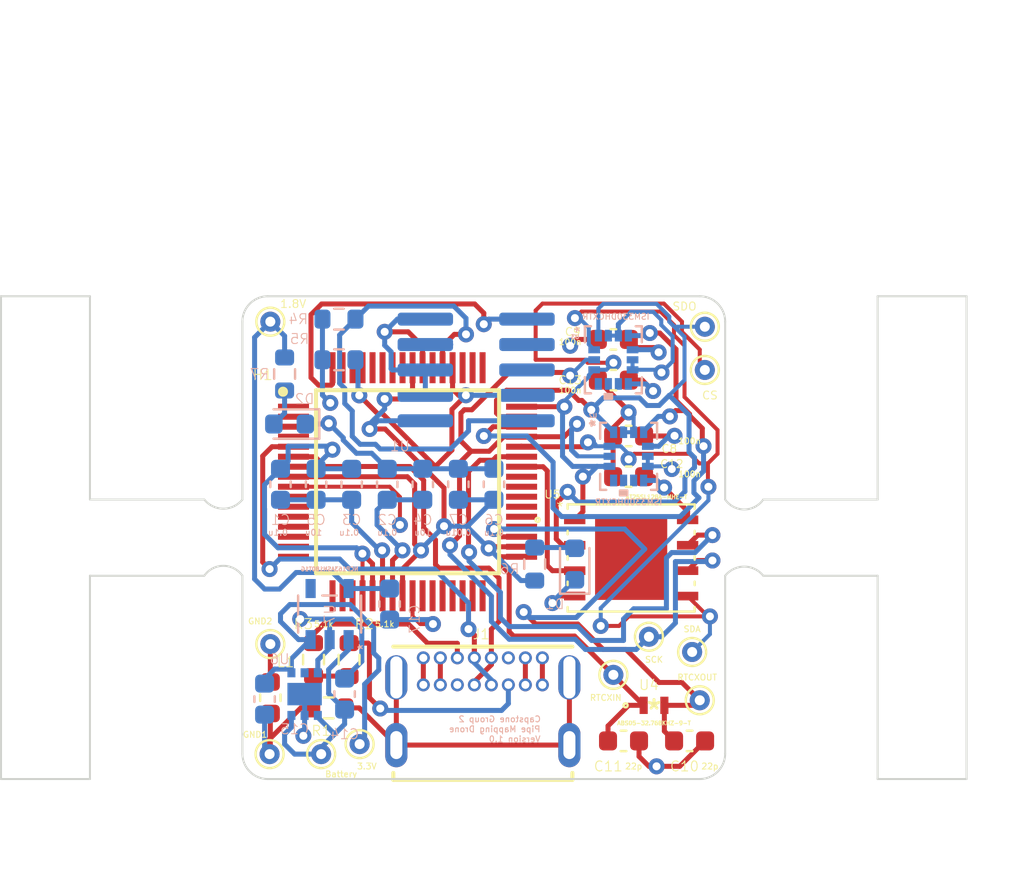
<source format=kicad_pcb>
(kicad_pcb (version 20211014) (generator pcbnew)
  (layers (0 "F.Cu" signal) (1 "In1.Cu" jumper) (2 "In2.Cu" signal) (31 "B.Cu" signal) (34 "B.Paste" user) (35 "F.Paste" user) (36 "B.SilkS" user "B.Silkscreen") (37 "F.SilkS" user "F.Silkscreen") (38 "B.Mask" user) (39 "F.Mask" user) (44 "Edge.Cuts" user))
  (net 0 "")
  (net 1 "GND2")
  (net 2 "3.3V")
  (net 3 "GND1")
  (net 4 "1.8V")
  (net 5 "Net-(C10-Pad1)")
  (net 6 "Net-(C11-Pad1)")
  (net 11 "Net-(H1-Pad5)")
  (net 12 "Net-(H1-Pad6)")
  (net 37 "Net-(H1-Pad42)")
  (net 38 "Net-(H1-Pad43)")
  (net 39 "Net-(H1-Pad44)")
  (net 40 "Net-(H1-Pad45)")
  (net 41 "Net-(H1-Pad46)")
  (net 42 "Net-(H1-Pad47)")
  (net 43 "Net-(H1-Pad48)")
  (net 47 "Net-(H1-Pad52)")
  (net 48 "Net-(H1-Pad53)")
  (net 54 "Net-(H1-Pad64)")
  (net 55 "Net-(J1-PadA4)")
  (net 56 "Net-(J1-PadA5)")
  (net 58 "Net-(J1-PadB5)")
  (net 60 "Net-(J1-PadP1)")
  (net 62 "unconnected-(U1-Pad7)")
  (net 71 "Net-(D1-Pad2)")
  (net 72 "Net-(D2-Pad2)")
  (net 73 "Battery")
  (net 78 "Net-(H1-Pad54)")
  (footprint "OSC_ABS05-32.768KHZ-9-T:ABS05-32.768KHZ-9-T" (layer "F.Cu") (at 188.214 83.312)
    (fp_text reference "U4")
    (fp_text value "ABS05-32.768KHZ-9-T")
  )
  (footprint "TestPoint:TestPoint_THTPad_D1.0mm_Drill0.5mm" (layer "F.Cu") (at 190.754 64.389)
    (fp_text reference "SDO")
    (fp_text value "TestPoint")
  )
  (footprint "Capacitor_SMD:C_0603_1608Metric" (layer "F.Cu") (at 186.69 85.09)
    (fp_text reference "C11")
    (fp_text value "22p")
  )
  (footprint "TestPoint:TestPoint_THTPad_D1.0mm_Drill0.5mm" (layer "F.Cu") (at 186.182 81.788)
    (fp_text reference "RTCXIN")
    (fp_text value "TestPoint")
  )
  (footprint "" (layer "F.Cu") (at 167.259 74.93 180)
    (fp_text reference "")
    (fp_text value "")
  )
  (footprint "MEM_AT25SL128A-MHE-T:AT25SL128A-MHE-T" (layer "F.Cu") (at 187.071 75.946)
    (fp_text reference "U5")
    (fp_text value "AT25SL128A-MHE-T")
  )
  (footprint "TestPoint:TestPoint_THTPad_D1.0mm_Drill0.5mm" (layer "F.Cu") (at 169.037 80.25)
    (fp_text reference "GND2")
    (fp_text value "TestPoint")
  )
  (footprint "TestPoint:TestPoint_THTPad_D1.0mm_Drill0.5mm" (layer "F.Cu") (at 169.037 64.135)
    (fp_text reference "1.8V")
    (fp_text value "TestPoint")
  )
  (footprint "Capacitor_SMD:C_0603_1608Metric" (layer "F.Cu") (at 189.992 85.09)
    (fp_text reference "C10")
    (fp_text value "22p")
  )
  (footprint "" (layer "F.Cu") (at 167.259 75.819 180)
    (fp_text reference "")
    (fp_text value "")
  )
  (footprint "Resistor_SMD:R_0603_1608Metric" (layer "F.Cu") (at 171.196 81.026 -90)
    (fp_text reference "R3")
    (fp_text value "5.1k")
  )
  (footprint "Resistor_SMD:R_0603_1608Metric" (layer "F.Cu") (at 172.974 81.026 -90)
    (fp_text reference "R2")
    (fp_text value "5.1k")
  )
  (footprint "Resistor_SMD:R_0603_1608Metric" (layer "F.Cu") (at 171.958 83.439 180)
    (fp_text reference "R1")
    (fp_text value "1M")
  )
  (footprint "TestPoint:TestPoint_THTPad_D1.0mm_Drill0.5mm" (layer "F.Cu") (at 190.5 83.058)
    (fp_text reference "RTCXOUT")
    (fp_text value "TestPoint")
  )
  (footprint "" (layer "F.Cu") (at 166.116 74.93 180)
    (fp_text reference "")
    (fp_text value "")
  )
  (footprint "TestPoint:TestPoint_THTPad_D1.0mm_Drill0.5mm" (layer "F.Cu") (at 190.119 80.645)
    (fp_text reference "SDA")
    (fp_text value "TestPoint")
  )
  (footprint "MountingHole:MountingHole_2.1mm" (layer "F.Cu") (at 192.151 74.93)
    (fp_text reference " ")
    (fp_text value "MountingHole_2.1mm")
  )
  (footprint "" (layer "F.Cu") (at 166.116 74.041 180)
    (fp_text reference "")
    (fp_text value "")
  )
  (footprint "Capacitor_SMD:C_0603_1608Metric" (layer "F.Cu") (at 186.182 65.024 180)
    (fp_text reference "C9")
    (fp_text value "100n")
  )
  (footprint "MountingHole:MountingHole_2.1mm" (layer "F.Cu") (at 192.151 75.819)
    (fp_text reference " ")
    (fp_text value "MountingHole_2.1mm")
  )
  (footprint "MountingHole:MountingHole_2.1mm" (layer "F.Cu") (at 192.151 74.041)
    (fp_text reference " ")
    (fp_text value "MountingHole_2.1mm")
  )
  (footprint "Inductor_SMD:L_0603_1608Metric" (layer "F.Cu") (at 169.037 82.931 90)
    (fp_text reference "L1")
    (fp_text value "L")
  )
  (footprint "MCU_LPC54113J128BD:QFP50P1200X1200X160-64N" (layer "F.Cu") (at 175.895 72.136)
    (fp_text reference "H1")
    (fp_text value "LPC54113J128BD64QL" hide)
  )
  (footprint "" (layer "F.Cu") (at 193.294 74.041)
    (fp_text reference "")
    (fp_text value "")
  )
  (footprint "Capacitor_SMD:C_0603_1608Metric" (layer "F.Cu") (at 186.182 67.056 180)
    (fp_text reference "C13")
    (fp_text value "100n")
  )
  (footprint "" (layer "F.Cu") (at 167.259 74.041 180)
    (fp_text reference "")
    (fp_text value "")
  )
  (footprint "Capacitor_SMD:C_0603_1608Metric" (layer "F.Cu") (at 186.944 69.85 180)
    (fp_text reference "C8")
    (fp_text value "100n")
  )
  (footprint "TestPoint:TestPoint_THTPad_D1.0mm_Drill0.5mm" (layer "F.Cu") (at 173.5 85.25)
    (fp_text reference "3.3V")
    (fp_text value "TestPoint")
  )
  (footprint "TestPoint:TestPoint_THTPad_D1.0mm_Drill0.5mm" (layer "F.Cu") (at 187.96 79.883)
    (fp_text reference "SCK")
    (fp_text value "TestPoint")
  )
  (footprint "" (layer "F.Cu") (at 193.294 74.93)
    (fp_text reference "")
    (fp_text value "")
  )
  (footprint "TestPoint:TestPoint_THTPad_D1.0mm_Drill0.5mm" (layer "F.Cu") (at 190.754 66.548)
    (fp_text reference "CS")
    (fp_text value "TestPoint")
  )
  (footprint "TestPoint:TestPoint_THTPad_D1.0mm_Drill0.5mm" (layer "F.Cu") (at 169 85.75)
    (fp_text reference "GND1")
    (fp_text value "TestPoint")
  )
  (footprint "MountingHole:MountingHole_2.1mm" (layer "F.Cu") (at 193.294 75.819)
    (fp_text reference " ")
    (fp_text value "MountingHole_2.1mm")
  )
  (footprint "Capacitor_SMD:C_0603_1608Metric" (layer "F.Cu") (at 186.944 71.882 180)
    (fp_text reference "C12")
    (fp_text value "100n")
  )
  (footprint "" (layer "F.Cu") (at 166.116 75.819 180)
    (fp_text reference "")
    (fp_text value "")
  )
  (footprint "TestPoint:TestPoint_THTPad_D1.0mm_Drill0.5mm" (layer "F.Cu") (at 171.577 85.75)
    (fp_text reference "Battery")
    (fp_text value "TestPoint")
  )
  (footprint "USB_4085-GF-A_REVA4:GCT_USB4085-GF-A_REVA4" (layer "F.Cu") (at 179.659 84.963)
    (fp_text reference "J1")
    (fp_text value "USB4085-GF-A_REVA4")
  )
  (footprint "Resistor_SMD:R_0603_1608Metric" (layer "B.Cu") (at 172.466 66.04)
    (fp_text reference "R5")
    (fp_text value "10k")
  )
  (footprint "Resistor_SMD:R_0603_1608Metric" (layer "B.Cu") (at 169.75 66.75 -90)
    (fp_text reference "R7")
    (fp_text value "1M")
  )
  (footprint "LED_SMD:LED_0603_1608Metric" (layer "B.Cu") (at 184.25 76.25 90)
    (fp_text reference "D1")
    (fp_text value "LED")
  )
  (footprint "Resistor_SMD:R_0603_1608Metric" (layer "B.Cu") (at 172.466 64.008)
    (fp_text reference "R4")
    (fp_text value "10k")
  )
  (footprint "Capacitor_SMD:C_0603_1608Metric" (layer "B.Cu") (at 175 78.25 -90)
    (fp_text reference "C17")
    (fp_text value "1u")
  )
  (footprint "Capacitor_SMD:C_0603_1608Metric" (layer "B.Cu") (at 168.75 83 -90)
    (fp_text reference "C15")
    (fp_text value "1u")
  )
  (footprint "Capacitor_SMD:C_0603_1608Metric" (layer "B.Cu") (at 178.435 72.263 90)
    (fp_text reference "C7")
    (fp_text value "0.01u")
  )
  (footprint "SWD_485-4048:SWD_485-4048" (layer "B.Cu") (at 179.324 66.548)
    (fp_text reference "U1")
    (fp_text value "SWD_485-4048")
  )
  (footprint "Capacitor_SMD:C_0603_1608Metric" (layer "B.Cu") (at 169.545 72.263 -90)
    (fp_text reference "C1")
    (fp_text value "0.1u")
  )
  (footprint "Resistor_SMD:R_0603_1608Metric" (layer "B.Cu") (at 182.25 76.25 90)
    (fp_text reference "R6")
    (fp_text value "1M")
  )
  (footprint "NCP163ASN180T1G:NCP163ASN180T1G" (layer "B.Cu") (at 172 78.75 90)
    (fp_text reference "U7")
    (fp_text value "NCP163ASN180T1G")
  )
  (footprint "IMU_ISM330DHCXTR:ISM330DHCXTR" (layer "B.Cu") (at 186.182 66.04 -90)
    (fp_text reference "U3")
    (fp_text value "ISM330DHCXTR")
  )
  (footprint "Capacitor_SMD:C_0603_1608Metric" (layer "B.Cu") (at 180.213 72.263 90)
    (fp_text reference "C6")
    (fp_text value "0.1u")
  )
  (footprint "Capacitor_SMD:C_0603_1608Metric" (layer "B.Cu") (at 174.879 72.263 90)
    (fp_text reference "C2")
    (fp_text value "0.1u")
  )
  (footprint "Capacitor_SMD:C_0603_1608Metric" (layer "B.Cu") (at 176.657 72.263 90)
    (fp_text reference "C4")
    (fp_text value "10u")
  )
  (footprint "Capacitor_SMD:C_0603_1608Metric" (layer "B.Cu") (at 171.323 72.263 90)
    (fp_text reference "C5")
    (fp_text value "10u")
  )
  (footprint "IMU_ISM330DHCXTR:ISM330DHCXTR" (layer "B.Cu") (at 186.944 70.866 -90)
    (fp_text reference "U2")
    (fp_text value "ISM330DHCXTR")
  )
  (footprint "NCP730BMT330TBG:NCP730BMT330TBG" (layer "B.Cu") (at 170.75 82.75 -90)
    (fp_text reference "U6")
    (fp_text value "NCP730BMT330TBG")
  )
  (footprint "LED_SMD:LED_0603_1608Metric" (layer "B.Cu") (at 170 69.25 180)
    (fp_text reference "D2")
    (fp_text value "LED")
  )
  (footprint "Capacitor_SMD:C_0603_1608Metric" (layer "B.Cu") (at 173.101 72.263 -90)
    (fp_text reference "C3")
    (fp_text value "0.1u")
  )
  (footprint "Capacitor_SMD:C_0603_1608Metric" (layer "B.Cu") (at 172.75 82.75 90)
    (fp_text reference "C14")
    (fp_text value "1u")
  )
  (gr_line (start 167.64 76.835) (end 167.64 85.725) (layer "Edge.Cuts") (width 0.1))
  (gr_line (start 191.77 85.725) (end 191.77 76.835) (layer "Edge.Cuts") (width 0.1))
  (gr_line (start 190.5 86.995) (end 168.91 86.995) (layer "Edge.Cuts") (width 0.1))
  (gr_line (start 155.575 86.995) (end 155.575 62.865) (layer "Edge.Cuts") (width 0.1))
  (gr_line (start 167.64 64.135) (end 167.64 73.025) (layer "Edge.Cuts") (width 0.1))
  (gr_arc (start 168.91 86.995) (mid 168.011974 86.623026) (end 167.64 85.725) (layer "Edge.Cuts") (width 0.1))
  (gr_arc (start 190.5 62.865) (mid 191.398026 63.236974) (end 191.77 64.135) (layer "Edge.Cuts") (width 0.1))
  (gr_line (start 160.02 76.835) (end 165.735 76.835) (layer "Edge.Cuts") (width 0.1))
  (gr_line (start 203.835 62.865) (end 203.835 86.995) (layer "Edge.Cuts") (width 0.1))
  (gr_line (start 160.02 86.995) (end 160.02 76.835) (layer "Edge.Cuts") (width 0.1))
  (gr_line (start 203.835 62.865) (end 199.39 62.865) (layer "Edge.Cuts") (width 0.1))
  (gr_line (start 199.39 86.995) (end 199.39 76.835) (layer "Edge.Cuts") (width 0.1))
  (gr_line (start 203.835 86.995) (end 199.39 86.995) (layer "Edge.Cuts") (width 0.1))
  (gr_line (start 191.77 73.025) (end 191.77 64.135) (layer "Edge.Cuts") (width 0.1))
  (gr_line (start 199.39 73.025) (end 193.675 73.025) (layer "Edge.Cuts") (width 0.1))
  (gr_line (start 155.575 62.865) (end 160.02 62.865) (layer "Edge.Cuts") (width 0.1))
  (gr_arc (start 167.64 64.135) (mid 168.011974 63.236974) (end 168.91 62.865) (layer "Edge.Cuts") (width 0.1))
  (gr_arc (start 167.64 73.025) (mid 166.6875 73.482191) (end 165.735 73.025) (layer "Edge.Cuts") (width 0.1))
  (gr_line (start 155.575 86.995) (end 160.02 86.995) (layer "Edge.Cuts") (width 0.1))
  (gr_line (start 168.91 62.865) (end 190.5 62.865) (layer "Edge.Cuts") (width 0.1))
  (gr_line (start 199.39 76.835) (end 193.675 76.835) (layer "Edge.Cuts") (width 0.1))
  (gr_line (start 160.02 73.025) (end 165.735 73.025) (layer "Edge.Cuts") (width 0.1))
  (gr_line (start 160.02 62.865) (end 160.02 73.025) (layer "Edge.Cuts") (width 0.1))
  (gr_arc (start 191.77 76.835) (mid 192.7225 76.377809) (end 193.675 76.835) (layer "Edge.Cuts") (width 0.1))
  (gr_arc (start 191.77 85.725) (mid 191.398026 86.623026) (end 190.5 86.995) (layer "Edge.Cuts") (width 0.1))
  (gr_arc (start 165.735 76.835) (mid 166.6875 76.338315) (end 167.64 76.835) (layer "Edge.Cuts") (width 0.1))
  (gr_arc (start 193.675 73.025) (mid 192.7225 73.521685) (end 191.77 73.025) (layer "Edge.Cuts") (width 0.1))
  (gr_line (start 199.39 62.865) (end 199.39 73.025) (layer "Edge.Cuts") (width 0.1))
  (gr_text "Pipe Mapping Drone" (at 180.25 84.5) (layer "B.SilkS") (effects (font (size 0.3 0.3) (thickness 0.05)) (justify mirror)))
  (gr_text "0.1u" (at 172.974 74.676) (layer "B.SilkS") (effects (font (size 0.3 0.3) (thickness 0.05)) (justify mirror)))
  (gr_text "10u" (at 176.657 74.676) (layer "B.SilkS") (effects (font (size 0.3 0.3) (thickness 0.05)) (justify mirror)))
  (gr_text "Capstone Group 2" (at 180.5 84) (layer "B.SilkS") (effects (font (size 0.3 0.3) (thickness 0.05)) (justify mirror)))
  (gr_text "0.01u" (at 178.435 74.676) (layer "B.SilkS") (effects (font (size 0.3 0.3) (thickness 0.05)) (justify mirror)))
  (gr_text "Version 1.0" (at 181.25 85) (layer "B.SilkS") (effects (font (size 0.3 0.3) (thickness 0.05)) (justify mirror)))
  (gr_text "10u" (at 171.196 74.676) (layer "B.SilkS") (effects (font (size 0.3 0.3) (thickness 0.05)) (justify mirror)))
  (gr_text "0.1u" (at 180.213 74.676) (layer "B.SilkS") (effects (font (size 0.3 0.3) (thickness 0.05)) (justify mirror)))
  (gr_text "0.1u" (at 169.418 74.676) (layer "B.SilkS") (effects (font (size 0.3 0.3) (thickness 0.05)) (justify mirror)))
  (gr_text "0.1u" (at 174.879 74.676) (layer "B.SilkS") (effects (font (size 0.3 0.3) (thickness 0.05)) (justify mirror)))
  (gr_text "100n" (at 184.023 67.564) (layer "F.SilkS") (effects (font (size 0.3 0.3) (thickness 0.05))))
  (gr_text "5.1k\n" (at 171.704 79.248) (layer "F.SilkS") (effects (font (size 0.3 0.3) (thickness 0.05))))
  (gr_text "100n" (at 189.992 70.104) (layer "F.SilkS") (effects (font (size 0.3 0.3) (thickness 0.05))))
  (gr_text "100n" (at 189.992 71.755) (layer "F.SilkS") (effects (font (size 0.3 0.3) (thickness 0.05))))
  (gr_text "5.1k\n" (at 174.752 79.248) (layer "F.SilkS") (effects (font (size 0.3 0.3) (thickness 0.05))))
  (gr_text "22p" (at 187.198 86.36) (layer "F.SilkS") (effects (font (size 0.3 0.3) (thickness 0.05))))
  (gr_text "22p" (at 191.008 86.36) (layer "F.SilkS") (effects (font (size 0.3 0.3) (thickness 0.05))))
  (gr_text "100n" (at 184.023 65.151) (layer "F.SilkS") (effects (font (size 0.3 0.3) (thickness 0.05))))
  (segment (start 173.645 75.735221) (end 173.639096 75.729317) (width 0.2) (layer "F.Cu") (net 1))
  (segment (start 169.037 82.1435) (end 169.037 80.01) (width 0.25) (layer "F.Cu") (net 1))
  (segment (start 173.639096 75.729317) (end 174.145 76.235221) (width 0.25) (layer "F.Cu") (net 1))
  (segment (start 173.645 77.836) (end 173.645 75.735221) (width 0.2) (layer "F.Cu") (net 1))
  (segment (start 174.145 76.235221) (end 174.145 77.836) (width 0.25) (layer "F.Cu") (net 1))
  (via (at 172.139397 70.534583) (size 0.8) (drill 0.4) (layers "F.Cu" "B.Cu") (net 1))
  (via (at 173.639096 75.729317) (size 0.8) (drill 0.4) (layers "F.Cu" "B.Cu") (net 1))
  (segment (start 168.75 73.495138) (end 168.74548 73.490618) (width 0.25) (layer "B.Cu") (net 1))
  (segment (start 171.323 71.35098) (end 171.323 71.488) (width 0.25) (layer "B.Cu") (net 1))
  (segment (start 173.101 71.488) (end 171.323 71.488) (width 0.25) (layer "B.Cu") (net 1))
  (segment (start 173.639096 75.729317) (end 173.347779 75.438) (width 0.25) (layer "B.Cu") (net 1))
  (segment (start 169.418 75.438) (end 168.75 74.77) (width 0.25) (layer "B.Cu") (net 1))
  (segment (start 173.347779 75.438) (end 169.418 75.438) (width 0.25) (layer "B.Cu") (net 1))
  (segment (start 169.926 71.107) (end 169.545 71.488) (width 0.25) (layer "B.Cu") (net 1))
  (segment (start 168.74548 73.490618) (end 168.74548 72.28752) (width 0.25) (layer "B.Cu") (net 1))
  (segment (start 172.139397 70.534583) (end 171.323 71.35098) (width 0.25) (layer "B.Cu") (net 1))
  (segment (start 172.139397 70.534583) (end 171.962814 70.358) (width 0.25) (layer "B.Cu") (net 1))
  (segment (start 168.75 74.77) (end 168.75 73.495138) (width 0.25) (layer "B.Cu") (net 1))
  (segment (start 169.926 70.358) (end 169.926 71.107) (width 0.25) (layer "B.Cu") (net 1))
  (segment (start 171.962814 70.358) (end 169.926 70.358) (width 0.25) (layer "B.Cu") (net 1))
  (segment (start 168.74548 72.28752) (end 169.545 71.488) (width 0.25) (layer "B.Cu") (net 1))
  (segment (start 176.25 72.25) (end 176.25 75.251799) (width 0.25) (layer "F.Cu") (net 2))
  (segment (start 176.145 67.510022) (end 175.655022 68) (width 0.25) (layer "F.Cu") (net 2))
  (segment (start 176.25 75.251799) (end 176.5675 75.569299) (width 0.25) (layer "F.Cu") (net 2))
  (segment (start 175.886 71.886) (end 176.25 72.25) (width 0.25) (layer "F.Cu") (net 2))
  (segment (start 177.717636 72.445522) (end 177.717636 74.357226) (width 0.25) (layer "F.Cu") (net 2))
  (segment (start 174.625 75.565) (end 174.645 75.585) (width 0.25) (layer "F.Cu") (net 2))
  (segment (start 170.195 71.886) (end 175.886 71.886) (width 0.25) (layer "F.Cu") (net 2))
  (segment (start 174.772114 69.5) (end 177.717636 72.445522) (width 0.25) (layer "F.Cu") (net 2))
  (segment (start 174.645 75.585) (end 174.645 77.836) (width 0.25) (layer "F.Cu") (net 2))
  (segment (start 176.145 66.436) (end 176.145 67.510022) (width 0.25) (layer "F.Cu") (net 2))
  (segment (start 180.026931 75.386) (end 179.950568 75.462363) (width 0.25) (layer "F.Cu") (net 2))
  (segment (start 175.655022 68) (end 174.75 68) (width 0.25) (layer "F.Cu") (net 2))
  (segment (start 175.145 76.061) (end 175.145 77.836) (width 0.25) (layer "F.Cu") (net 2))
  (segment (start 175.645 76.491799) (end 175.645 77.836) (width 0.25) (layer "F.Cu") (net 2))
  (segment (start 181.595 75.386) (end 180.026931 75.386) (width 0.25) (layer "F.Cu") (net 2))
  (segment (start 176.5675 75.569299) (end 175.645 76.491799) (width 0.25) (layer "F.Cu") (net 2))
  (segment (start 174 69.5) (end 174.772114 69.5) (width 0.25) (layer "F.Cu") (net 2))
  (segment (start 175.641 75.565) (end 175.145 76.061) (width 0.25) (layer "F.Cu") (net 2))
  (via (at 174 69.5) (size 0.8) (drill 0.4) (layers "F.Cu" "B.Cu") (net 2))
  (via (at 177.717636 74.357226) (size 0.8) (drill 0.4) (layers "F.Cu" "B.Cu") (net 2))
  (via (at 179.950568 75.462363) (size 0.8) (drill 0.4) (layers "F.Cu" "B.Cu") (net 2))
  (via (at 172.0325 68.19681) (size 0.8) (drill 0.4) (layers "F.Cu" "B.Cu") (net 2))
  (via (at 176.5675 75.569299) (size 0.8) (drill 0.4) (layers "F.Cu" "B.Cu") (net 2))
  (via (at 174.625 75.565) (size 0.8) (drill 0.4) (layers "F.Cu" "B.Cu") (net 2))
  (via (at 175.641 75.565) (size 0.8) (drill 0.4) (layers "F.Cu" "B.Cu") (net 2))
  (via (at 174.75 68) (size 0.8) (drill 0.4) (layers "F.Cu" "B.Cu") (net 2))
  (segment (start 178.435 73.038) (end 180.213 73.038) (width 0.25) (layer "B.Cu") (net 2))
  (segment (start 175.641 75.565) (end 174.371 74.295) (width 0.25) (layer "B.Cu") (net 2))
  (segment (start 174.20048 79.45048) (end 174.20048 80.694886) (width 0.25) (layer "B.Cu") (net 2))
  (segment (start 173.101 74.165916) (end 173.101 73.038) (width 0.25) (layer "B.Cu") (net 2))
  (segment (start 174.20048 80.694886) (end 174.455491 80.949897) (width 0.25) (layer "B.Cu") (net 2))
  (segment (start 181.563205 77.075) (end 179.950568 75.462363) (width 0.25) (layer "B.Cu") (net 2))
  (segment (start 182.25 77.075) (end 181.563205 77.075) (width 0.25) (layer "B.Cu") (net 2))
  (segment (start 174.879 73.038) (end 176.657 73.038) (width 0.25) (layer "B.Cu") (net 2))
  (segment (start 174.412 69.088) (end 174 69.5) (width 0.25) (layer "B.Cu") (net 2))
  (segment (start 173.75 82.255594) (end 173.75 85) (width 0.25) (layer "B.Cu") (net 2))
  (segment (start 179.950568 75.462363) (end 178.892774 74.404569) (width 0.25) (layer "B.Cu") (net 2))
  (segment (start 168.75 82.225) (end 168.75 82) (width 0.25) (layer "B.Cu") (net 2))
  (segment (start 171.641 64.008) (end 171.641 66.04) (width 0.25) (layer "B.Cu") (net 2))
  (segment (start 176.784 69.088) (end 174.412 69.088) (width 0.25) (layer "B.Cu") (net 2))
  (segment (start 174.364096 75.429012) (end 173.101 74.165916) (width 0.25) (layer "B.Cu") (net 2))
  (segment (start 170.010589 78.274411) (end 173.024411 78.274411) (width 0.25) (layer "B.Cu") (net 2))
  (segment (start 172.0325 68.19681) (end 171.641 67.80531) (width 0.25) (layer "B.Cu") (net 2))
  (segment (start 170.09 81.59) (end 170.09 81.685) (width 0.25) (layer "B.Cu") (net 2))
  (segment (start 178.892774 74.404569) (end 178.892774 74.357226) (width 0.25) (layer "B.Cu") (net 2))
  (segment (start 180.213 73.038) (end 180.212 73.038) (width 0.25) (layer "B.Cu") (net 2))
  (segment (start 176.5675 75.569299) (end 176.5675 75.507362) (width 0.25) (layer "B.Cu") (net 2))
  (segment (start 174.455491 80.949897) (end 174.455491 81.550103) (width 0.25) (layer "B.Cu") (net 2))
  (segment (start 170 81.5) (end 170.09 81.59) (width 0.25) (layer "B.Cu") (net 2))
  (segment (start 169.545 79.121) (end 169.545 78.74) (width 0.25) (layer "B.Cu") (net 2))
  (segment (start 171.049999 80.02635) (end 170.45035 80.02635) (width 0.25) (layer "B.Cu") (net 2))
  (segment (start 173.101 73.038) (end 169.545 73.038) (width 0.25) (layer "B.Cu") (net 2))
  (segment (start 171.641 67.80531) (end 171.641 66.04) (width 0.25) (layer "B.Cu") (net 2))
  (segment (start 174.371 73.546) (end 174.879 73.038) (width 0.25) (layer "B.Cu") (net 2))
  (segment (start 168.75 82) (end 169.25 81.5) (width 0.25) (layer "B.Cu") (net 2))
  (segment (start 174.371 74.295) (end 174.371 73.546) (width 0.25) (layer "B.Cu") (net 2))
  (segment (start 174.75 68) (end 174.75 68.5) (width 0.25) (layer "B.Cu") (net 2))
  (segment (start 174.455491 81.550103) (end 173.75 82.255594) (width 0.25) (layer "B.Cu") (net 2))
  (segment (start 176.5675 75.507362) (end 177.717636 74.357226) (width 0.25) (layer "B.Cu") (net 2))
  (segment (start 178.892774 74.357226) (end 177.717636 74.357226) (width 0.25) (layer "B.Cu") (net 2))
  (segment (start 174.625 75.565) (end 174.364096 75.565) (width 0.25) (layer "B.Cu") (net 2))
  (segment (start 173.75 85) (end 173.5 85.25) (width 0.25) (layer "B.Cu") (net 2))
  (segment (start 169.25 81.5) (end 170 81.5) (width 0.25) (layer "B.Cu") (net 2))
  (segment (start 170.09 81.685) (end 170.09 80.986349) (width 0.25) (layer "B.Cu") (net 2))
  (segment (start 170.45035 80.02635) (end 169.545 79.121) (width 0.25) (layer "B.Cu") (net 2))
  (segment (start 170.09 80.986349) (end 171.049999 80.02635) (width 0.25) (layer "B.Cu") (net 2))
  (segment (start 173.024411 78.274411) (end 174.20048 79.45048) (width 0.25) (layer "B.Cu") (net 2))
  (segment (start 174 69.25) (end 174 69.5) (width 0.25) (layer "B.Cu") (net 2))
  (segment (start 174.25 69) (end 174 69.25) (width 0.25) (layer "B.Cu") (net 2))
  (segment (start 174.364096 75.565) (end 174.364096 75.429012) (width 0.25) (layer "B.Cu") (net 2))
  (segment (start 174.75 68.5) (end 174.25 69) (width 0.25) (layer "B.Cu") (net 2))
  (segment (start 169.545 78.74) (end 170.010589 78.274411) (width 0.25) (layer "B.Cu") (net 2))
  (segment (start 180.212 73.038) (end 178.892774 74.357226) (width 0.25) (layer "B.Cu") (net 2))
  (segment (start 186.169 69.4445) (end 186.169 69.85) (width 0.25) (layer "F.Cu") (net 3))
  (segment (start 172.974 81.851) (end 171.196 81.851) (width 0.25) (layer "F.Cu") (net 3))
  (segment (start 175.002 72.386) (end 175.514 72.898) (width 0.2) (layer "F.Cu") (net 3))
  (segment (start 176.534978 79.25) (end 177.163 79.25) (width 0.2) (layer "F.Cu") (net 3))
  (segment (start 185.407 65.024) (end 185.310074 64.927074) (width 0.25) (layer "F.Cu") (net 3))
  (segment (start 169 85) (end 170.561 83.439) (width 0.25) (layer "F.Cu") (net 3))
  (segment (start 170.561 83.439) (end 171.133 83.439) (width 0.25) (layer "F.Cu") (net 3))
  (segment (start 176.684 82.288) (end 176.684 80.938) (width 0.25) (layer "F.Cu") (net 3))
  (segment (start 175.927 64.643) (end 176.645 65.361) (width 0.25) (layer "F.Cu") (net 3))
  (segment (start 189.497 86.36) (end 188.341 86.36) (width 0.25) (layer "F.Cu") (net 3))
  (segment (start 186.169 71.882) (end 186.169 69.85) (width 0.25) (layer "F.Cu") (net 3))
  (segment (start 169.037 83.7185) (end 169.037 85.713) (width 0.25) (layer "F.Cu") (net 3))
  (segment (start 174.752 64.643) (end 175.927 64.643) (width 0.25) (layer "F.Cu") (net 3))
  (segment (start 186.944 68.6695) (end 186.944 68.593) (width 0.25) (layer "F.Cu") (net 3))
  (segment (start 176.645 65.361) (end 176.645 66.436) (width 0.25) (layer "F.Cu") (net 3))
  (segment (start 170.195 72.386) (end 175.002 72.386) (width 0.2) (layer "F.Cu") (net 3))
  (segment (start 176.145 78.860022) (end 176.145 77.836) (width 0.2) (layer "F.Cu") (net 3))
  (segment (start 187.465 85.09) (end 187.465 85.865) (width 0.25) (layer "F.Cu") (net 3))
  (segment (start 185.407 65.024) (end 184.3395 65.024) (width 0.25) (layer "F.Cu") (net 3))
  (segment (start 177.163 79.25) (end 177.165 79.248) (width 0.2) (layer "F.Cu") (net 3))
  (segment (start 171.196 81.851) (end 171.196 83.376) (width 0.25) (layer "F.Cu") (net 3))
  (segment (start 187.465 85.865) (end 187.96 86.36) (width 0.25) (layer "F.Cu") (net 3))
  (segment (start 175.514 72.898) (end 175.514 74.295) (width 0.2) (layer "F.Cu") (net 3))
  (segment (start 183.134 78.2005) (end 183.4835 77.851) (width 0.25) (layer "F.Cu") (net 3))
  (segment (start 185.704183 67.056) (end 185.407 67.056) (width 0.25) (layer "F.Cu") (net 3))
  (segment (start 189.497 86.36) (end 190.767 85.09) (width 0.25) (layer "F.Cu") (net 3))
  (segment (start 176.534978 79.25) (end 176.145 78.860022) (width 0.2) (layer "F.Cu") (net 3))
  (segment (start 169 85.75) (end 169 85) (width 0.25) (layer "F.Cu") (net 3))
  (segment (start 183.4835 77.851) (end 184.249598 77.851) (width 0.25) (layer "F.Cu") (net 3))
  (segment (start 171.196 83.376) (end 171.133 83.439) (width 0.25) (layer "F.Cu") (net 3))
  (segment (start 186.944 68.593) (end 185.407 67.056) (width 0.25) (layer "F.Cu") (net 3))
  (segment (start 184.3395 65.024) (end 184.023 65.3405) (width 0.25) (layer "F.Cu") (net 3))
  (segment (start 169.037 85.713) (end 169 85.75) (width 0.25) (layer "F.Cu") (net 3))
  (segment (start 187.96 86.36) (end 188.341 86.36) (width 0.25) (layer "F.Cu") (net 3))
  (segment (start 186.944 68.6695) (end 186.169 69.4445) (width 0.25) (layer "F.Cu") (net 3))
  (segment (start 182.634 82.288) (end 182.634 80.938) (width 0.25) (layer "F.Cu") (net 3))
  (via (at 170.688 84.836) (size 0.8) (drill 0.4) (layers "F.Cu" "B.Cu") (net 3))
  (via (at 175.514 74.295) (size 0.8) (drill 0.4) (layers "F.Cu" "B.Cu") (net 3))
  (via (at 170.530648 78.998911) (size 0.8) (drill 0.4) (layers "F.Cu" "B.Cu") (net 3))
  (via (at 188.341 86.36) (size 0.8) (drill 0.4) (layers "F.Cu" "B.Cu") (net 3))
  (via (at 174.752 64.643) (size 0.8) (drill 0.4) (layers "F.Cu" "B.Cu") (net 3))
  (via (at 177.165 79.248) (size 0.8) (drill 0.4) (layers "F.Cu" "B.Cu") (net 3))
  (via (at 189.103 71.501) (size 0.8) (drill 0.4) (layers "F.Cu" "B.Cu") (net 3))
  (via (at 184.023 65.3405) (size 0.8) (drill 0.4) (layers "F.Cu" "B.Cu") (net 3))
  (via (at 186.944 68.6695) (size 0.8) (drill 0.4) (layers "F.Cu" "B.Cu") (net 3))
  (via (at 188.5885 66.675) (size 0.8) (drill 0.4) (layers "F.Cu" "B.Cu") (net 3))
  (via (at 183.134 78.2005) (size 0.8) (drill 0.4) (layers "F.Cu" "B.Cu") (net 3))
  (via (at 171.958 69.215) (size 0.8) (drill 0.4) (layers "F.Cu" "B.Cu") (net 3))
  (segment (start 187.9027 71.366126) (end 188.968126 71.366126) (width 0.2) (layer "B.Cu") (net 3))
  (segment (start 174.10448 70.71348) (end 174.879 71.488) (width 0.25) (layer "B.Cu") (net 3))
  (segment (start 172.25 79) (end 172 79.25) (width 0.25) (layer "B.Cu") (net 3))
  (segment (start 171.958 69.215) (end 171.923 69.25) (width 0.25) (layer "B.Cu") (net 3))
  (segment (start 171.41 81.685) (end 171.41 81.045621) (width 0.25) (layer "B.Cu") (net 3))
  (segment (start 173.609 79.495396) (end 173.113604 79) (width 0.25) (layer "B.Cu") (net 3))
  (segment (start 188.576 64.300686) (end 188.576 64.046686) (width 0.2) (layer "B.Cu") (net 3))
  (segment (start 176.657 71.488) (end 174.879 71.488) (width 0.25) (layer "B.Cu") (net 3))
  (segment (start 170.75 83.815) (end 170.75 82.75) (width 0.25) (layer "B.Cu") (net 3))
  (segment (start 189.145521 66.117979) (end 189.145521 64.870207) (width 0.2) (layer "B.Cu") (net 3))
  (segment (start 172.682031 70.054531) (end 173.34098 70.71348) (width 0.25) (layer "B.Cu") (net 3))
  (segment (start 187.9027 71.366126) (end 187.9027 70.866) (width 0.2) (layer "B.Cu") (net 3))
  (segment (start 172.682031 69.939031) (end 172.682031 70.054531) (width 0.25) (layer "B.Cu") (net 3))
  (segment (start 172.75 81.975) (end 173.609 81.116) (width 0.25) (layer "B.Cu") (net 3))
  (segment (start 188.576 64.046686) (end 188.175314 63.646) (width 0.2) (layer "B.Cu") (net 3))
  (segment (start 172.46 81.685) (end 172.75 81.975) (width 0.25) (layer "B.Cu") (net 3))
  (segment (start 174.752 64.643) (end 175.387 64.008) (width 0.25) (layer "B.Cu") (net 3))
  (segment (start 171.958 69.215) (end 172.682031 69.939031) (width 0.25) (layer "B.Cu") (net 3))
  (segment (start 171.41 81.045621) (end 172 80.455621) (width 0.25) (layer "B.Cu") (net 3))
  (segment (start 189.145521 64.870207) (end 188.576 64.300686) (width 0.2) (layer "B.Cu") (net 3))
  (segment (start 187.194063 68.919563) (end 187.194063 69.6595) (width 0.2) (layer "B.Cu") (net 3))
  (segment (start 176.942 79.025) (end 177.165 79.248) (width 0.25) (layer "B.Cu") (net 3))
  (segment (start 183.134 78.1535) (end 184.25 77.0375) (width 0.25) (layer "B.Cu") (net 3))
  (segment (start 173.609 81.116) (end 173.609 79.495396) (width 0.25) (layer "B.Cu") (net 3))
  (segment (start 170.531737 79) (end 170.530648 78.998911) (width 0.25) (layer "B.Cu") (net 3))
  (segment (start 176.657 71.488) (end 178.435 71.488) (width 0.25) (layer "B.Cu") (net 3))
  (segment (start 188.968126 71.366126) (end 189.103 71.501) (width 0.2) (layer "B.Cu") (net 3))
  (segment (start 186.426863 64.830826) (end 186.426863 64.8335) (width 0.25) (layer "B.Cu") (net 3))
  (segment (start 186.693937 69.6595) (end 187.194063 69.6595) (width 0.2) (layer "B.Cu") (net 3))
  (segment (start 186.432063 64.8335) (end 185.931937 64.8335) (width 0.2) (layer "B.Cu") (net 3))
  (segment (start 173.00598 81.975) (end 172.75 81.975) (width 0.25) (layer "B.Cu") (net 3))
  (segment (start 178.435 71.488) (end 180.213 71.488) (width 0.25) (layer "B.Cu") (net 3))
  (segment (start 186.944 68.6695) (end 187.194063 68.919563) (width 0.2) (layer "B.Cu") (net 3))
  (segment (start 174.752 64.643) (end 174.752 65.320429) (width 0.25) (layer "B.Cu") (net 3))
  (segment (start 173.34098 70.71348) (end 174.10448 70.71348) (width 0.25) (layer "B.Cu") (net 3))
  (segment (start 171.923 69.25) (end 170.7875 69.25) (width 0.25) (layer "B.Cu") (net 3))
  (segment (start 188.453626 66.540126) (end 188.5885 66.675) (width 0.2) (layer "B.Cu") (net 3))
  (segment (start 183.134 78.2005) (end 183.134 78.1535) (width 0.25) (layer "B.Cu") (net 3))
  (segment (start 187.1407 66.540126) (end 187.1407 66.04) (width 0.2) (layer "B.Cu") (net 3))
  (segment (start 175.387 64.008) (end 176.784 64.008) (width 0.25) (layer "B.Cu") (net 3))
  (segment (start 187.049789 63.646) (end 186.701167 63.994622) (width 0.2) (layer "B.Cu") (net 3))
  (segment (start 175 79.025) (end 176.942 79.025) (width 0.25) (layer "B.Cu") (net 3))
  (segment (start 168.75 85.5) (end 169 85.75) (width 0.25) (layer "B.Cu") (net 3))
  (segment (start 175.074 65.642429) (end 175.074 66.489) (width 0.25) (layer "B.Cu") (net 3))
  (segment (start 170.75 83.815) (end 170.75 84.774) (width 0.25) (layer "B.Cu") (net 3))
  (segment (start 186.432063 64.8335) (end 186.432063 64.263726) (width 0.25) (layer "B.Cu") (net 3))
  (segment (start 172 79.25) (end 172 80.02635) (width 0.25) (layer "B.Cu") (net 3))
  (segment (start 172.25 79) (end 170.531737 79) (width 0.25) (layer "B.Cu") (net 3))
  (segment (start 170.75 84.774) (end 170.688 84.836) (width 0.25) (layer "B.Cu") (net 3))
  (segment (start 168.75 83.775) (end 168.75 85.5) (width 0.25) (layer "B.Cu") (net 3))
  (segment (start 188.175314 63.646) (end 187.049789 63.646) (width 0.2) (layer "B.Cu") (net 3))
  (segment (start 186.432063 64.263726) (end 186.701167 63.994622) (width 0.25) (layer "B.Cu") (net 3))
  (segment (start 175.133 66.548) (end 176.784 66.548) (width 0.25) (layer "B.Cu") (net 3))
  (segment (start 174.752 65.320429) (end 175.074 65.642429) (width 0.25) (layer "B.Cu") (net 3))
  (segment (start 188.5885 66.675) (end 189.145521 66.117979) (width 0.2) (layer "B.Cu") (net 3))
  (segment (start 175.074 66.489) (end 175.133 66.548) (width 0.25) (layer "B.Cu") (net 3))
  (segment (start 172 80.455621) (end 172 80.02635) (width 0.25) (layer "B.Cu") (net 3))
  (segment (start 173.113604 79) (end 172.25 79) (width 0.25) (layer "B.Cu") (net 3))
  (segment (start 176.784 67.818) (end 176.784 66.548) (width 0.25) (layer "B.Cu") (net 3))
  (segment (start 187.1407 66.540126) (end 188.453626 66.540126) (width 0.2) (layer "B.Cu") (net 3))
  (segment (start 187.360558 65.427558) (end 186.957 65.024) (width 0.25) (layer "F.Cu") (net 4))
  (segment (start 189.230654 69.85) (end 187.719 69.85) (width 0.25) (layer "F.Cu") (net 4))
  (segment (start 188.445521 65.668845) (end 188.204234 65.427558) (width 0.25) (layer "F.Cu") (net 4))
  (segment (start 189.24 69.840654) (end 189.230654 69.85) (width 0.25) (layer "F.Cu") (net 4))
  (segment (start 188.717701 72.4275) (end 189.892402 73.602201) (width 0.25) (layer "F.Cu") (net 4))
  (segment (start 188.204234 65.427558) (end 187.360558 65.427558) (width 0.25) (layer "F.Cu") (net 4))
  (segment (start 187.623246 67.056) (end 186.957 67.056) (width 0.25) (layer "F.Cu") (net 4))
  (segment (start 188.168324 67.601078) (end 187.623246 67.056) (width 0.25) (layer "F.Cu") (net 4))
  (segment (start 189.892402 73.602201) (end 189.892402 74.041) (width 0.25) (layer "F.Cu") (net 4))
  (segment (start 188.172201 71.882) (end 187.719 71.882) (width 0.25) (layer "F.Cu") (net 4))
  (segment (start 188.717701 72.4275) (end 188.172201 71.882) (width 0.25) (layer "F.Cu") (net 4))
  (via (at 188.717701 72.4275) (size 0.8) (drill 0.4) (layers "F.Cu" "B.Cu") (net 4))
  (via (at 188.445521 65.668845) (size 0.8) (drill 0.4) (layers "F.Cu" "B.Cu") (net 4))
  (via (at 189.24 69.840654) (size 0.8) (drill 0.4) (layers "F.Cu" "B.Cu") (net 4))
  (via (at 188.168324 67.601078) (size 0.8) (drill 0.4) (layers "F.Cu" "B.Cu") (net 4))
  (segment (start 188.970992 69.840654) (end 188.448446 70.3632) (width 0.25) (layer "B.Cu") (net 4))
  (segment (start 169.75 65.925) (end 169.75 64.848) (width 0.25) (layer "B.Cu") (net 4))
  (segment (start 188.445521 65.668845) (end 188.313876 65.5372) (width 0.25) (layer "B.Cu") (net 4))
  (segment (start 169.5 77.5) (end 168.75 77.5) (width 0.25) (layer "B.Cu") (net 4))
  (segment (start 168.75 77.5) (end 168.25 77) (width 0.25) (layer "B.Cu") (net 4))
  (segment (start 188.168324 67.601078) (end 187.813746 67.2465) (width 0.25) (layer "B.Cu") (net 4))
  (segment (start 188.717701 72.4275) (end 188.362701 72.0725) (width 0.25) (layer "B.Cu") (net 4))
  (segment (start 174.99865 77.47365) (end 175 77.475) (width 0.25) (layer "B.Cu") (net 4))
  (segment (start 170.327111 76.672889) (end 169.5 77.5) (width 0.25) (layer "B.Cu") (net 4))
  (segment (start 189.24 69.840654) (end 188.970992 69.840654) (width 0.25) (layer "B.Cu") (net 4))
  (segment (start 188.448446 70.3632) (end 187.9027 70.3632) (width 0.25) (layer "B.Cu") (net 4))
  (segment (start 187.813746 67.2465) (end 186.934863 67.2465) (width 0.25) (layer "B.Cu") (net 4))
  (segment (start 168.25 64.922) (end 169.037 64.135) (width 0.25) (layer "B.Cu") (net 4))
  (segment (start 172.950001 77.47365) (end 174.99865 77.47365) (width 0.25) (layer "B.Cu") (net 4))
  (segment (start 172.14924 76.672889) (end 170.327111 76.672889) (width 0.25) (layer "B.Cu") (net 4))
  (segment (start 169.75 64.848) (end 169.037 64.135) (width 0.25) (layer "B.Cu") (net 4))
  (segment (start 168.25 77) (end 168.25 64.922) (width 0.25) (layer "B.Cu") (net 4))
  (segment (start 188.313876 65.5372) (end 187.143374 65.5372) (width 0.25) (layer "B.Cu") (net 4))
  (segment (start 172.950001 77.47365) (end 172.14924 76.672889) (width 0.25) (layer "B.Cu") (net 4))
  (segment (start 188.362701 72.0725) (end 187.696863 72.0725) (width 0.25) (layer "B.Cu") (net 4))
  (segment (start 186.817 80.518) (end 188.468 82.169) (width 0.25) (layer "F.Cu") (net 5))
  (segment (start 188.730801 84.603801) (end 189.217 85.09) (width 0.25) (layer "F.Cu") (net 5))
  (segment (start 185.674 80.518) (end 186.817 80.518) (width 0.25) (layer "F.Cu") (net 5))
  (segment (start 188.730801 83.312) (end 188.730801 84.603801) (width 0.25) (layer "F.Cu") (net 5))
  (segment (start 182.297 79.248) (end 184.404 79.248) (width 0.25) (layer "F.Cu") (net 5))
  (segment (start 188.730801 83.312) (end 188.730801 83.303199) (width 0.25) (layer "F.Cu") (net 5))
  (segment (start 184.404 79.248) (end 185.674 80.518) (width 0.25) (layer "F.Cu") (net 5))
  (segment (start 188.468 82.169) (end 189.611 82.169) (width 0.25) (layer "F.Cu") (net 5))
  (segment (start 181.6995 78.6505) (end 182.297 79.248) (width 0.25) (layer "F.Cu") (net 5))
  (segment (start 190.246 83.312) (end 190.5 83.058) (width 0.25) (layer "F.Cu") (net 5))
  (segment (start 188.730801 83.312) (end 190.246 83.312) (width 0.25) (layer "F.Cu") (net 5))
  (segment (start 189.611 82.169) (end 190.5 83.058) (width 0.25) (layer "F.Cu") (net 5))
  (segment (start 180.606498 74.886) (end 181.595 74.886) (width 0.25) (layer "F.Cu") (net 5))
  (segment (start 180.220498 74.5) (end 180.606498 74.886) (width 0.25) (layer "F.Cu") (net 5))
  (via (at 180.220498 74.5) (size 0.8) (drill 0.4) (layers "F.Cu" "B.Cu") (net 5))
  (via (at 181.6995 78.6505) (size 0.8) (drill 0.4) (layers "F.Cu" "B.Cu") (net 5))
  (segment (start 187.75 75.5) (end 186.75 74.5) (width 0.25) (layer "B.Cu") (net 5))
  (segment (start 186.75 74.5) (end 180.220498 74.5) (width 0.25) (layer "B.Cu") (net 5))
  (segment (start 181.974 78.925) (end 184.325 78.925) (width 0.25) (layer "B.Cu") (net 5))
  (segment (start 184.325 78.925) (end 187.75 75.5) (width 0.25) (layer "B.Cu") (net 5))
  (segment (start 181.6995 78.6505) (end 181.974 78.925) (width 0.25) (layer "B.Cu") (net 5))
  (segment (start 186.182 81.796801) (end 187.697199 83.312) (width 0.25) (layer "F.Cu") (net 6))
  (segment (start 180.975 79.629) (end 181.196085 79.850085) (width 0.25) (layer "F.Cu") (net 6))
  (segment (start 180.594 76.327) (end 180.975 76.708) (width 0.25) (layer "F.Cu") (net 6))
  (segment (start 184.244085 79.850085) (end 186.182 81.788) (width 0.25) (layer "F.Cu") (net 6))
  (segment (start 181.196085 79.850085) (end 184.244085 79.850085) (width 0.25) (layer "F.Cu") (net 6))
  (segment (start 180.975 76.708) (end 180.975 79.629) (width 0.25) (layer "F.Cu") (net 6))
  (segment (start 186.055 81.788) (end 186.182 81.788) (width 0.25) (layer "F.Cu") (net 6))
  (segment (start 181.595 75.886) (end 180.594 75.886) (width 0.25) (layer "F.Cu") (net 6))
  (segment (start 180.594 75.886) (end 180.594 76.327) (width 0.25) (layer "F.Cu") (net 6))
  (segment (start 186.182 81.788) (end 186.182 81.796801) (width 0.25) (layer "F.Cu") (net 6))
  (segment (start 185.915 84.341) (end 185.915 85.09) (width 0.25) (layer "F.Cu") (net 6))
  (segment (start 187.697199 83.312) (end 186.944 83.312) (width 0.25) (layer "F.Cu") (net 6))
  (segment (start 186.944 83.312) (end 185.915 84.341) (width 0.25) (layer "F.Cu") (net 6))
  (segment (start 169 76.5) (end 168.656 76.156) (width 0.25) (layer "F.Cu") (net 11))
  (segment (start 179.234 79.793) (end 179.234 80.938) (width 0.25) (layer "F.Cu") (net 11))
  (segment (start 168.656 76.156) (end 168.656 70.85) (width 0.25) (layer "F.Cu") (net 11))
  (segment (start 169.12 70.386) (end 170.195 70.386) (width 0.25) (layer "F.Cu") (net 11))
  (segment (start 179.234 80.938) (end 179.234 80.428) (width 0.25) (layer "F.Cu") (net 11))
  (segment (start 168.656 70.85) (end 169.12 70.386) (width 0.25) (layer "F.Cu") (net 11))
  (segment (start 178.943 79.502) (end 179.234 79.793) (width 0.25) (layer "F.Cu") (net 11))
  (via (at 169 76.5) (size 0.8) (drill 0.4) (layers "F.Cu" "B.Cu") (net 11))
  (via (at 178.943 79.502) (size 0.8) (drill 0.4) (layers "F.Cu" "B.Cu") (net 11))
  (segment (start 177.25 76.5) (end 173 76.5) (width 0.25) (layer "B.Cu") (net 11))
  (segment (start 178.943 79.502) (end 178.943 78.193) (width 0.25) (layer "B.Cu") (net 11))
  (segment (start 169.5 76) (end 169 76.5) (width 0.25) (layer "B.Cu") (net 11))
  (segment (start 179.234 81.19) (end 179.234 80.938) (width 0.25) (layer "B.Cu") (net 11))
  (segment (start 180.084 82.288) (end 180.084 82.04) (width 0.25) (layer "B.Cu") (net 11))
  (segment (start 173 76.5) (end 172.5 76) (width 0.25) (layer "B.Cu") (net 11))
  (segment (start 172.5 76) (end 169.5 76) (width 0.25) (layer "B.Cu") (net 11))
  (segment (start 178.943 78.193) (end 177.25 76.5) (width 0.25) (layer "B.Cu") (net 11))
  (segment (start 180.084 82.04) (end 179.234 81.19) (width 0.25) (layer "B.Cu") (net 11))
  (segment (start 179.962 76.454) (end 177.471195 76.454) (width 0.25) (layer "F.Cu") (net 12))
  (segment (start 176.69952 74.44952) (end 176.69952 72.063802) (width 0.25) (layer "F.Cu") (net 12))
  (segment (start 177.292 76.274805) (end 177.292 75.042) (width 0.25) (layer "F.Cu") (net 12))
  (segment (start 176.69952 72.063802) (end 176.009718 71.374) (width 0.25) (layer "F.Cu") (net 12))
  (segment (start 180.086 80.94) (end 180.084 80.938) (width 0.25) (layer "F.Cu") (net 12))
  (segment (start 177.292 75.042) (end 176.69952 74.44952) (width 0.25) (layer "F.Cu") (net 12))
  (segment (start 180.084 79.504) (end 180.467 79.121) (width 0.25) (layer "F.Cu") (net 12))
  (segment (start 179.234 82.132) (end 180.086 81.28) (width 0.25) (layer "F.Cu") (net 12))
  (segment (start 177.471195 76.454) (end 177.292 76.274805) (width 0.25) (layer "F.Cu") (net 12))
  (segment (start 179.234 82.288) (end 179.234 82.132) (width 0.25) (layer "F.Cu") (net 12))
  (segment (start 180.086 81.28) (end 180.086 80.94) (width 0.25) (layer "F.Cu") (net 12))
  (segment (start 180.467 79.121) (end 180.467 76.959) (width 0.25) (layer "F.Cu") (net 12))
  (segment (start 171.758 71.374) (end 171.27 70.886) (width 0.25) (layer "F.Cu") (net 12))
  (segment (start 171.27 70.886) (end 170.195 70.886) (width 0.25) (layer "F.Cu") (net 12))
  (segment (start 180.467 76.959) (end 179.962 76.454) (width 0.25) (layer "F.Cu") (net 12))
  (segment (start 176.009718 71.374) (end 171.758 71.374) (width 0.25) (layer "F.Cu") (net 12))
  (segment (start 180.084 80.938) (end 180.084 79.504) (width 0.25) (layer "F.Cu") (net 12))
  (segment (start 182.67 71.386) (end 181.595 71.386) (width 0.25) (layer "F.Cu") (net 37))
  (segment (start 183.134 76.581) (end 182.88 76.327) (width 0.25) (layer "F.Cu") (net 37))
  (segment (start 182.88 76.327) (end 182.88 71.596) (width 0.25) (layer "F.Cu") (net 37))
  (segment (start 184.249598 76.581) (end 183.134 76.581) (width 0.25) (layer "F.Cu") (net 37))
  (segment (start 182.88 71.596) (end 182.67 71.386) (width 0.25) (layer "F.Cu") (net 37))
  (segment (start 180.159 71.062) (end 180.335 70.886) (width 0.25) (layer "F.Cu") (net 38))
  (segment (start 179.509 71.062) (end 180.159 71.062) (width 0.25) (layer "F.Cu") (net 38))
  (segment (start 191.135 74.803) (end 190.400402 74.803) (width 0.25) (layer "F.Cu") (net 38))
  (segment (start 178.943 71.628) (end 179.509 71.062) (width 0.25) (layer "F.Cu") (net 38))
  (segment (start 178.943 75.631286) (end 178.943 71.628) (width 0.25) (layer "F.Cu") (net 38))
  (segment (start 190.400402 74.803) (end 189.892402 75.311) (width 0.25) (layer "F.Cu") (net 38))
  (segment (start 180.335 70.886) (end 181.595 70.886) (width 0.25) (layer "F.Cu") (net 38))
  (segment (start 178.97057 75.658856) (end 178.943 75.631286) (width 0.25) (layer "F.Cu") (net 38))
  (via (at 191.135 74.803) (size 0.8) (drill 0.4) (layers "F.Cu" "B.Cu") (net 38))
  (via (at 178.97057 75.658856) (size 0.8) (drill 0.4) (layers "F.Cu" "B.Cu") (net 38))
  (segment (start 187.198 78.486) (end 188.833402 78.486) (width 0.25) (layer "B.Cu") (net 38))
  (segment (start 178.97057 75.658856) (end 178.97057 76.10057) (width 0.25) (layer "B.Cu") (net 38))
  (segment (start 189.097006 75.676402) (end 190.261598 75.676402) (width 0.25) (layer "B.Cu") (net 38))
  (segment (start 186.69 78.994) (end 187.198 78.486) (width 0.25) (layer "B.Cu") (net 38))
  (segment (start 188.833402 78.486) (end 188.833402 75.940006) (width 0.25) (layer "B.Cu") (net 38))
  (segment (start 180.536 77.666) (end 180.536 78.934604) (width 0.25) (layer "B.Cu") (net 38))
  (segment (start 186.69 80.068) (end 186.69 78.994) (width 0.25) (layer "B.Cu") (net 38))
  (segment (start 180.536 78.934604) (end 180.976396 79.375) (width 0.25) (layer "B.Cu") (net 38))
  (segment (start 184.404 79.375) (end 185.097 80.068) (width 0.25) (layer "B.Cu") (net 38))
  (segment (start 185.097 80.068) (end 186.69 80.068) (width 0.25) (layer "B.Cu") (net 38))
  (segment (start 188.833402 75.940006) (end 189.097006 75.676402) (width 0.25) (layer "B.Cu") (net 38))
  (segment (start 178.97057 76.10057) (end 180.536 77.666) (width 0.25) (layer "B.Cu") (net 38))
  (segment (start 190.261598 75.676402) (end 191.135 74.803) (width 0.25) (layer "B.Cu") (net 38))
  (segment (start 180.976396 79.375) (end 184.404 79.375) (width 0.25) (layer "B.Cu") (net 38))
  (segment (start 190.4725 71.2195) (end 190.9085 71.2195) (width 0.2) (layer "F.Cu") (net 39))
  (segment (start 186.4675 79.3435) (end 185.551299 79.3435) (width 0.2) (layer "F.Cu") (net 39))
  (segment (start 188.542914 63.6326) (end 189.211 64.300686) (width 0.2) (layer "F.Cu") (net 39))
  (segment (start 186.944 78.867) (end 186.4675 79.3435) (width 0.2) (layer "F.Cu") (net 39))
  (segment (start 187.222815 70.739) (end 189.992 70.739) (width 0.2) (layer "F.Cu") (net 39))
  (segment (start 184.585142 63.6326) (end 188.542914 63.6326) (width 0.2) (layer "F.Cu") (net 39))
  (segment (start 190.9085 72.3655) (end 190.933 72.39) (width 0.2) (layer "F.Cu") (net 39))
  (segment (start 181.595 70.373) (end 181.583 70.361) (width 0.25) (layer "F.Cu") (net 39))
  (segment (start 189.738 65.335686) (end 189.738 67.901) (width 0.2) (layer "F.Cu") (net 39))
  (segment (start 189.992 70.739) (end 190.4725 71.2195) (width 0.2) (layer "F.Cu") (net 39))
  (segment (start 190.9085 71.2195) (end 190.9085 72.3655) (width 0.2) (layer "F.Cu") (net 39))
  (segment (start 186.944602 71.017213) (end 187.222815 70.739) (width 0.2) (layer "F.Cu") (net 39))
  (segment (start 190.908402 78.867) (end 189.892402 77.851) (width 0.2) (layer "F.Cu") (net 39))
  (segment (start 181.595 70.386) (end 181.595 70.373) (width 0.25) (layer "F.Cu") (net 39))
  (segment (start 184.912 70.1665) (end 184.6925 70.386) (width 0.25) (layer "F.Cu") (net 39))
  (segment (start 189.738 67.901) (end 191.389 69.552) (width 0.2) (layer "F.Cu") (net 39))
  (segment (start 189.211 64.808686) (end 189.738 65.335686) (width 0.2) (layer "F.Cu") (net 39))
  (segment (start 191.008 78.867) (end 190.908402 78.867) (width 0.2) (layer "F.Cu") (net 39))
  (segment (start 184.260377 63.957365) (end 184.585142 63.6326) (width 0.2) (layer "F.Cu") (net 39))
  (segment (start 191.389 70.739) (end 190.9085 71.2195) (width 0.2) (layer "F.Cu") (net 39))
  (segment (start 184.6925 70.386) (end 181.595 70.386) (width 0.25) (layer "F.Cu") (net 39))
  (segment (start 191.008 78.867) (end 186.944 78.867) (width 0.2) (layer "F.Cu") (net 39))
  (segment (start 189.211 64.300686) (end 189.211 64.808686) (width 0.2) (layer "F.Cu") (net 39))
  (segment (start 191.389 69.552) (end 191.389 70.739) (width 0.2) (layer "F.Cu") (net 39))
  (via (at 190.933 72.39) (size 0.8) (drill 0.4) (layers "F.Cu" "B.Cu") (net 39))
  (via (at 191.008 78.867) (size 0.8) (drill 0.4) (layers "F.Cu" "B.Cu") (net 39))
  (via (at 184.260377 63.957365) (size 0.8) (drill 0.4) (layers "F.Cu" "B.Cu") (net 39))
  (via (at 186.944602 71.017213) (size 0.8) (drill 0.4) (layers "F.Cu" "B.Cu") (net 39))
  (via (at 185.551299 79.3435) (size 0.8) (drill 0.4) (layers "F.Cu" "B.Cu") (net 39))
  (via (at 184.912 70.1665) (size 0.8) (drill 0.4) (layers "F.Cu" "B.Cu") (net 39))
  (segment (start 184.480365 63.957365) (end 184.954011 64.431011) (width 0.2) (layer "B.Cu") (net 39))
  (segment (start 186.944602 71.017213) (end 186.944602 70.755402) (width 0.2) (layer "B.Cu") (net 39))
  (segment (start 186.555074 70.365874) (end 185.9853 70.365874) (width 0.2) (layer "B.Cu") (net 39))
  (segment (start 191.008 79.756) (end 190.119 80.645) (width 0.2) (layer "B.Cu") (net 39))
  (segment (start 184.954011 65.270585) (end 185.2233 65.539874) (width 0.2) (layer "B.Cu") (net 39))
  (segment (start 191.008 78.867) (end 191.008 79.756) (width 0.2) (layer "B.Cu") (net 39))
  (segment (start 185.1535 70.1665) (end 185.2636 70.2766) (width 0.25) (layer "B.Cu") (net 39))
  (segment (start 190.933 73.06604) (end 185.551299 78.447741) (width 0.2) (layer "B.Cu") (net 39))
  (segment (start 184.912 70.1665) (end 185.1087 70.3632) (width 0.2) (layer "B.Cu") (net 39))
  (segment (start 185.551299 78.447741) (end 185.551299 79.3435) (width 0.2) (layer "B.Cu") (net 39))
  (segment (start 184.954011 64.431011) (end 184.954011 65.270585) (width 0.2) (layer "B.Cu") (net 39))
  (segment (start 185.1087 70.3632) (end 185.9853 70.3632) (width 0.2) (layer "B.Cu") (net 39))
  (segment (start 186.944602 70.755402) (end 186.555074 70.365874) (width 0.2) (layer "B.Cu") (net 39))
  (segment (start 184.260377 63.957365) (end 184.480365 63.957365) (width 0.2) (layer "B.Cu") (net 39))
  (segment (start 184.912 70.1665) (end 185.1535 70.1665) (width 0.25) (layer "B.Cu") (net 39))
  (segment (start 190.933 72.39) (end 190.933 73.06604) (width 0.2) (layer "B.Cu") (net 39))
  (segment (start 179.972604 70.612) (end 179.07 70.612) (width 0.25) (layer "F.Cu") (net 40))
  (segment (start 184.020022 66.831735) (end 183.863287 66.675) (width 0.25) (layer "F.Cu") (net 40))
  (segment (start 178.730299 68.538701) (end 178.562 68.707) (width 0.25) (layer "F.Cu") (net 40))
  (segment (start 178.562 70.104) (end 179.07 70.612) (width 0.25) (layer "F.Cu") (net 40))
  (segment (start 178.49348 74.83402) (end 178.49348 71.18852) (width 0.25) (layer "F.Cu") (net 40))
  (segment (start 181.991 66.675) (end 181.737707 66.421707) (width 0.25) (layer "F.Cu") (net 40))
  (segment (start 181.595 69.886) (end 180.698604 69.886) (width 0.25) (layer "F.Cu") (net 40))
  (segment (start 181.595 69.865) (end 181.591 69.861) (width 0.25) (layer "F.Cu") (net 40))
  (segment (start 191.135 76.073) (end 190.400402 76.073) (width 0.25) (layer "F.Cu") (net 40))
  (segment (start 181.737707 66.421707) (end 181.229 66.421707) (width 0.25) (layer "F.Cu") (net 40))
  (segment (start 184.3665 69.24354) (end 183.72404 69.886) (width 0.25) (layer "F.Cu") (net 40))
  (segment (start 183.863287 66.675) (end 181.991 66.675) (width 0.25) (layer "F.Cu") (net 40))
  (segment (start 181.595 69.886) (end 181.595 69.865) (width 0.25) (layer "F.Cu") (net 40))
  (segment (start 178.562 68.707) (end 178.562 70.104) (width 0.25) (layer "F.Cu") (net 40))
  (segment (start 178.0165 75.311) (end 178.49348 74.83402) (width 0.25) (layer "F.Cu") (net 40))
  (segment (start 178.49348 71.18852) (end 179.07 70.612) (width 0.25) (layer "F.Cu") (net 40))
  (segment (start 179.112006 68.538701) (end 178.730299 68.538701) (width 0.25) (layer "F.Cu") (net 40))
  (segment (start 181.229 66.421707) (end 179.112006 68.538701) (width 0.25) (layer "F.Cu") (net 40))
  (segment (start 190.400402 76.073) (end 189.892402 76.581) (width 0.25) (layer "F.Cu") (net 40))
  (segment (start 183.72404 69.886) (end 181.595 69.886) (width 0.25) (layer "F.Cu") (net 40))
  (segment (start 180.698604 69.886) (end 179.972604 70.612) (width 0.25) (layer "F.Cu") (net 40))
  (via (at 191.135 76.073) (size 0.8) (drill 0.4) (layers "F.Cu" "B.Cu") (net 40))
  (via (at 184.020022 66.831735) (size 0.8) (drill 0.4) (layers "F.Cu" "B.Cu") (net 40))
  (via (at 184.3665 69.24354) (size 0.8) (drill 0.4) (layers "F.Cu" "B.Cu") (net 40))
  (via (at 178.0165 75.311) (size 0.8) (drill 0.4) (layers "F.Cu" "B.Cu") (net 40))
  (segment (start 184.020022 66.831735) (end 184.811757 66.04) (width 0.2) (layer "B.Cu") (net 40))
  (segment (start 184.404 70.866) (end 185.9853 70.866) (width 0.2) (layer "B.Cu") (net 40))
  (segment (start 188.595 79.883) (end 187.96 79.883) (width 0.25) (layer "B.Cu") (net 40))
  (segment (start 191.081598 76.126402) (end 189.283402 76.126402) (width 0.25) (layer "B.Cu") (net 40))
  (segment (start 184.785 80.518) (end 187.325 80.518) (width 0.25) (layer "B.Cu") (net 40))
  (segment (start 189.283402 76.126402) (end 189.283402 79.194598) (width 0.25) (layer "B.Cu") (net 40))
  (segment (start 178.0165 75.782218) (end 180.08648 77.852198) (width 0.25) (layer "B.Cu") (net 40))
  (segment (start 184.3665 70.8285) (end 184.404 70.866) (width 0.2) (layer "B.Cu") (net 40))
  (segment (start 184.092 70.554) (end 184.3665 70.8285) (width 0.25) (layer "B.Cu") (net 40))
  (segment (start 180.975678 80.01) (end 184.277 80.01) (width 0.25) (layer "B.Cu") (net 40))
  (segment (start 180.08648 77.852198) (end 180.08648 79.120802) (width 0.25) (layer "B.Cu") (net 40))
  (segment (start 191.135 76.073) (end 191.081598 76.126402) (width 0.25) (layer "B.Cu") (net 40))
  (segment (start 189.283402 79.194598) (end 188.595 79.883) (width 0.25) (layer "B.Cu") (net 40))
  (segment (start 187.325 80.518) (end 187.96 79.883) (width 0.25) (layer "B.Cu") (net 40))
  (segment (start 184.092 69.51804) (end 184.092 70.554) (width 0.25) (layer "B.Cu") (net 40))
  (segment (start 184.811757 66.04) (end 185.2233 66.04) (width 0.2) (layer "B.Cu") (net 40))
  (segment (start 180.08648 79.120802) (end 180.975678 80.01) (width 0.25) (layer "B.Cu") (net 40))
  (segment (start 184.3665 69.24354) (end 184.092 69.51804) (width 0.25) (layer "B.Cu") (net 40))
  (segment (start 184.277 80.01) (end 184.785 80.518) (width 0.25) (layer "B.Cu") (net 40))
  (segment (start 178.0165 75.311) (end 178.0165 75.782218) (width 0.25) (layer "B.Cu") (net 40))
  (segment (start 189.003047 68.869646) (end 189.292693 68.58) (width 0.25) (layer "F.Cu") (net 41))
  (segment (start 189.992 68.834) (end 190.627 69.469) (width 0.25) (layer "F.Cu") (net 41))
  (segment (start 189.992 68.75604) (end 189.992 68.834) (width 0.25) (layer "F.Cu") (net 41))
  (segment (start 189.313 65.511726) (end 189.313 68.077041) (width 0.25) (layer "F.Cu") (net 41))
  (segment (start 190.627 70.2955) (end 190.6895 70.358) (width 0.25) (layer "F.Cu") (net 41))
  (segment (start 190.627 69.469) (end 190.627 70.2955) (width 0.25) (layer "F.Cu") (net 41))
  (segment (start 179.709299 69.85) (end 180.173299 69.386) (width 0.25) (layer "F.Cu") (net 41))
  (segment (start 188.003462 64.702558) (end 188.503832 64.702558) (width 0.25) (layer "F.Cu") (net 41))
  (segment (start 189.313 68.077041) (end 189.992 68.75604) (width 0.25) (layer "F.Cu") (net 41))
  (segment (start 188.503832 64.702558) (end 189.313 65.511726) (width 0.25) (layer "F.Cu") (net 41))
  (segment (start 180.173299 69.386) (end 181.595 69.386) (width 0.25) (layer "F.Cu") (net 41))
  (segment (start 189.292693 68.58) (end 189.738 68.58) (width 0.25) (layer "F.Cu") (net 41))
  (via (at 190.6895 70.358) (size 0.8) (drill 0.4) (layers "F.Cu" "B.Cu") (net 41))
  (via (at 188.003462 64.702558) (size 0.8) (drill 0.4) (layers "F.Cu" "B.Cu") (net 41))
  (via (at 179.709299 69.85) (size 0.8) (drill 0.4) (layers "F.Cu" "B.Cu") (net 41))
  (via (at 189.003047 68.869646) (size 0.8) (drill 0.4) (layers "F.Cu" "B.Cu") (net 41))
  (segment (start 183.171 71.157) (end 181.864 69.85) (width 0.25) (layer "B.Cu") (net 41))
  (segment (start 187.87252 64.8335) (end 186.934863 64.8335) (width 0.25) (layer "B.Cu") (net 41))
  (segment (start 189.003047 68.869646) (end 188.432354 68.869646) (width 0.25) (layer "B.Cu") (net 41))
  (segment (start 183.595695 73.877) (end 183.171 73.452305) (width 0.25) (layer "B.Cu") (net 41))
  (segment (start 181.864 69.85) (end 179.709299 69.85) (width 0.25) (layer "B.Cu") (net 41))
  (segment (start 190.208 72.089695) (end 190.208 72.690305) (width 0.25) (layer "B.Cu") (net 41))
  (segment (start 183.171 73.452305) (end 183.171 71.157) (width 0.25) (layer "B.Cu") (net 41))
  (segment (start 187.696863 69.605137) (end 187.696863 69.6595) (width 0.25) (layer "B.Cu") (net 41))
  (segment (start 190.457847 72.940153) (end 189.521 73.877) (width 0.25) (layer "B.Cu") (net 41))
  (segment (start 189.521 73.877) (end 183.595695 73.877) (width 0.25) (layer "B.Cu") (net 41))
  (segment (start 190.6895 70.358) (end 190.6895 71.608195) (width 0.25) (layer "B.Cu") (net 41))
  (segment (start 188.003462 64.702558) (end 187.87252 64.8335) (width 0.25) (layer "B.Cu") (net 41))
  (segment (start 188.432354 68.869646) (end 187.696863 69.605137) (width 0.25) (layer "B.Cu") (net 41))
  (segment (start 190.208 72.690305) (end 190.457847 72.940153) (width 0.25) (layer "B.Cu") (net 41))
  (segment (start 190.6895 71.608195) (end 190.208 72.089695) (width 0.25) (layer "B.Cu") (net 41))
  (segment (start 184.608438 68.072) (end 184.447917 68.072) (width 0.25) (layer "F.Cu") (net 42))
  (segment (start 180.52 68.886) (end 181.595 68.886) (width 0.25) (layer "F.Cu") (net 42))
  (segment (start 180.34 68.706) (end 180.52 68.886) (width 0.25) (layer "F.Cu") (net 42))
  (segment (start 183.939917 67.564) (end 180.842 67.564) (width 0.25) (layer "F.Cu") (net 42))
  (segment (start 183.642 75.311) (end 184.249598 75.311) (width 0.25) (layer "F.Cu") (net 42))
  (segment (start 184.447917 68.072) (end 183.939917 67.564) (width 0.25) (layer "F.Cu") (net 42))
  (segment (start 183.8955 72.644) (end 183.33 73.2095) (width 0.25) (layer "F.Cu") (net 42))
  (segment (start 180.34 68.066) (end 180.34 68.706) (width 0.25) (layer "F.Cu") (net 42))
  (segment (start 183.33 74.999) (end 183.642 75.311) (width 0.25) (layer "F.Cu") (net 42))
  (segment (start 180.842 67.564) (end 180.34 68.066) (width 0.25) (layer "F.Cu") (net 42))
  (segment (start 185.077979 68.541541) (end 184.608438 68.072) (width 0.25) (layer "F.Cu") (net 42))
  (segment (start 183.33 73.2095) (end 183.33 74.999) (width 0.25) (layer "F.Cu") (net 42))
  (via (at 183.8955 72.644) (size 0.8) (drill 0.4) (layers "F.Cu" "B.Cu") (net 42))
  (via (at 185.077979 68.541541) (size 0.8) (drill 0.4) (layers "F.Cu" "B.Cu") (net 42))
  (segment (start 183.8955 72.644) (end 184.4035 73.152) (width 0.25) (layer "B.Cu") (net 42))
  (segment (start 188.341 63.246) (end 188.976 63.881) (width 0.2) (layer "B.Cu") (net 42))
  (segment (start 187.868019 68.326078) (end 188.467922 68.326078) (width 0.25) (layer "B.Cu") (net 42))
  (segment (start 189.9645 70.658305) (end 189.9645 68.8065) (width 0.25) (layer "B.Cu") (net 42))
  (segment (start 189.758 72.624) (end 189.758 71.903299) (width 0.25) (layer "B.Cu") (net 42))
  (segment (start 185.077979 68.541541) (end 186.191137 69.654699) (width 0.25) (layer "B.Cu") (net 42))
  (segment (start 189.23 73.152) (end 189.758 72.624) (width 0.25) (layer "B.Cu") (net 42))
  (segment (start 185.674 63.246) (end 188.341 63.246) (width 0.2) (layer "B.Cu") (net 42))
  (segment (start 190.2395 70.933305) (end 189.9645 70.658305) (width 0.25) (layer "B.Cu") (net 42))
  (segment (start 189.738 64.897) (end 189.738 67.056) (width 0.2) (layer "B.Cu") (net 42))
  (segment (start 188.467922 68.326078) (end 188.976 67.818) (width 0.25) (layer "B.Cu") (net 42))
  (segment (start 189.9645 68.8065) (end 188.976 67.818) (width 0.25) (layer "B.Cu") (net 42))
  (segment (start 185.67452 67.945) (end 187.486941 67.945) (width 0.25) (layer "B.Cu") (net 42))
  (segment (start 185.431811 64.8335) (end 185.431811 63.488189) (width 0.2) (layer "B.Cu") (net 42))
  (segment (start 185.077979 68.541541) (end 185.67452 67.945) (width 0.25) (layer "B.Cu") (net 42))
  (segment (start 184.4035 73.152) (end 189.23 73.152) (width 0.25) (layer "B.Cu") (net 42))
  (segment (start 188.976 64.135) (end 189.738 64.897) (width 0.2) (layer "B.Cu") (net 42))
  (segment (start 187.486941 67.945) (end 187.868019 68.326078) (width 0.25) (layer "B.Cu") (net 42))
  (segment (start 189.23 64.389) (end 190.754 64.389) (width 0.2) (layer "B.Cu") (net 42))
  (segment (start 188.976 63.881) (end 188.976 64.135) (width 0.2) (layer "B.Cu") (net 42))
  (segment (start 188.976 64.135) (end 189.23 64.389) (width 0.2) (layer "B.Cu") (net 42))
  (segment (start 185.431811 63.488189) (end 185.674 63.246) (width 0.2) (layer "B.Cu") (net 42))
  (segment (start 186.191137 69.654699) (end 186.191137 69.6595) (width 0.25) (layer "B.Cu") (net 42))
  (segment (start 189.738 67.056) (end 188.976 67.818) (width 0.2) (layer "B.Cu") (net 42))
  (segment (start 190.2395 71.421799) (end 190.2395 70.933305) (width 0.25) (layer "B.Cu") (net 42))
  (segment (start 189.758 71.903299) (end 190.2395 71.421799) (width 0.25) (layer "B.Cu") (net 42))
  (segment (start 181.595 68.386) (end 183.730502 68.386) (width 0.25) (layer "F.Cu") (net 43))
  (segment (start 189.611 64.643) (end 190.5 65.532) (width 0.2) (layer "F.Cu") (net 43))
  (segment (start 189.611 64.135) (end 189.611 64.643) (width 0.2) (layer "F.Cu") (net 43))
  (segment (start 182.6394 63.2326) (end 188.7086 63.2326) (width 0.2) (layer "F.Cu") (net 43))
  (segment (start 182.297926 66.04) (end 182.297926 63.574074) (width 0.2) (layer "F.Cu") (net 43))
  (segment (start 184.658 71.882) (end 184.658 73.632598) (width 0.25) (layer "F.Cu") (net 43))
  (segment (start 186.184846 66.189214) (end 184.89877 66.189214) (width 0.2) (layer "F.Cu") (net 43))
  (segment (start 188.7086 63.2326) (end 189.611 64.135) (width 0.2) (layer "F.Cu") (net 43))
  (segment (start 184.89877 66.189214) (end 184.749556 66.04) (width 0.2) (layer "F.Cu") (net 43))
  (segment (start 182.297926 63.574074) (end 182.6394 63.2326) (width 0.2) (layer "F.Cu") (net 43))
  (segment (start 184.658 73.632598) (end 184.249598 74.041) (width 0.25) (layer "F.Cu") (net 43))
  (segment (start 184.749556 66.04) (end 182.297926 66.04) (width 0.2) (layer "F.Cu") (net 43))
  (segment (start 190.5 65.532) (end 190.5 66.548) (width 0.2) (layer "F.Cu") (net 43))
  (segment (start 183.730502 68.386) (end 183.733557 68.382945) (width 0.25) (layer "F.Cu") (net 43))
  (via (at 183.733557 68.382945) (size 0.8) (drill 0.4) (layers "F.Cu" "B.Cu") (net 43))
  (via (at 186.184846 66.189214) (size 0.8) (drill 0.4) (layers "F.Cu" "B.Cu") (net 43))
  (via (at 184.658 71.882) (size 0.8) (drill 0.4) (layers "F.Cu" "B.Cu") (net 43))
  (segment (start 183.733557 68.382945) (end 183.733557 68.107443) (width 0.2) (layer "B.Cu") (net 43))
  (segment (start 183.733557 68.382945) (end 183.642 68.474502) (width 0.25) (layer "B.Cu") (net 43))
  (segment (start 184.954011 66.809415) (end 185.2233 66.540126) (width 0.2) (layer "B.Cu") (net 43))
  (segment (start 186.184846 66.189214) (end 185.833934 66.540126) (width 0.2) (layer "B.Cu") (net 43))
  (segment (start 183.642 70.8634) (end 184.1474 71.3688) (width 0.25) (layer "B.Cu") (net 43))
  (segment (start 183.642 68.474502) (end 183.642 70.8634) (width 0.25) (layer "B.Cu") (net 43))
  (segment (start 185.833934 66.540126) (end 185.2233 66.540126) (width 0.2) (layer "B.Cu") (net 43))
  (segment (start 184.855 71.882) (end 185.3682 71.3688) (width 0.25) (layer "B.Cu") (net 43))
  (segment (start 184.954011 66.886989) (end 184.954011 66.809415) (width 0.2) (layer "B.Cu") (net 43))
  (segment (start 183.733557 68.107443) (end 184.954011 66.886989) (width 0.2) (layer "B.Cu") (net 43))
  (segment (start 184.1474 71.3688) (end 185.3682 71.3688) (width 0.25) (layer "B.Cu") (net 43))
  (segment (start 184.658 71.882) (end 184.855 71.882) (width 0.25) (layer "B.Cu") (net 43))
  (segment (start 185.3682 71.3688) (end 185.9853 71.3688) (width 0.25) (layer "B.Cu") (net 43))
  (segment (start 178.11248 70.55352) (end 178.11248 68.520802) (width 0.25) (layer "F.Cu") (net 47))
  (segment (start 174.414 68.75) (end 174.65851 68.75) (width 0.25) (layer "F.Cu") (net 47))
  (segment (start 178.11248 68.520802) (end 178.811701 67.821581) (width 0.25) (layer "F.Cu") (net 47))
  (segment (start 174.65851 68.75) (end 177.287255 71.378745) (width 0.25) (layer "F.Cu") (net 47))
  (segment (start 178.811701 67.821581) (end 178.811701 67.813701) (width 0.25) (layer "F.Cu") (net 47))
  (segment (start 178.145 67.511) (end 178.145 66.436) (width 0.25) (layer "F.Cu") (net 47))
  (segment (start 177.287255 71.378745) (end 178.11248 70.55352) (width 0.25) (layer "F.Cu") (net 47))
  (segment (start 178.811701 67.813701) (end 178.447701 67.813701) (width 0.25) (layer "F.Cu") (net 47))
  (segment (start 173.482 67.818) (end 174.414 68.75) (width 0.25) (layer "F.Cu") (net 47))
  (segment (start 178.447701 67.813701) (end 178.145 67.511) (width 0.25) (layer "F.Cu") (net 47))
  (via (at 173.482 67.818) (size 0.8) (drill 0.4) (layers "F.Cu" "B.Cu") (net 47))
  (via (at 178.811701 67.813701) (size 0.8) (drill 0.4) (layers "F.Cu" "B.Cu") (net 47))
  (segment (start 173.418 67.754) (end 173.418 66.04) (width 0.25) (layer "B.Cu") (net 47))
  (segment (start 173.482 67.818) (end 173.418 67.754) (width 0.25) (layer "B.Cu") (net 47))
  (segment (start 178.816 67.818) (end 181.864 67.818) (width 0.25) (layer "B.Cu") (net 47))
  (segment (start 178.811701 67.813701) (end 178.816 67.818) (width 0.25) (layer "B.Cu") (net 47))
  (segment (start 178.816 64.77) (end 178.236 64.77) (width 0.25) (layer "F.Cu") (net 48))
  (segment (start 177.645 65.361) (end 177.645 66.436) (width 0.25) (layer "F.Cu") (net 48))
  (segment (start 178.236 64.77) (end 177.645 65.361) (width 0.25) (layer "F.Cu") (net 48))
  (via (at 178.816 64.77) (size 0.8) (drill 0.4) (layers "F.Cu" "B.Cu") (net 48))
  (segment (start 174.290677 70.26396) (end 174.526717 70.5) (width 0.25) (layer "B.Cu") (net 48))
  (segment (start 178.943 69.596) (end 178.943 69.088) (width 0.25) (layer "B.Cu") (net 48))
  (segment (start 173.291 64.008) (end 172.5 64.799) (width 0.25) (layer "B.Cu") (net 48))
  (segment (start 178.208429 63.358) (end 173.941 63.358) (width 0.25) (layer "B.Cu") (net 48))
  (segment (start 178.816 64.77) (end 178.816 63.965571) (width 0.25) (layer "B.Cu") (net 48))
  (segment (start 172.5 64.799) (end 172.5 67.217) (width 0.25) (layer "B.Cu") (net 48))
  (segment (start 178.816 63.965571) (end 178.208429 63.358) (width 0.25) (layer "B.Cu") (net 48))
  (segment (start 173.941 63.358) (end 173.291 64.008) (width 0.25) (layer "B.Cu") (net 48))
  (segment (start 173.132031 69.868813) (end 173.527178 70.26396) (width 0.25) (layer "B.Cu") (net 48))
  (segment (start 172.757 68.227386) (end 173.132031 68.602417) (width 0.25) (layer "B.Cu") (net 48))
  (segment (start 178.039 70.5) (end 178.943 69.596) (width 0.25) (layer "B.Cu") (net 48))
  (segment (start 173.527178 70.26396) (end 174.290677 70.26396) (width 0.25) (layer "B.Cu") (net 48))
  (segment (start 174.526717 70.5) (end 178.039 70.5) (width 0.25) (layer "B.Cu") (net 48))
  (segment (start 172.5 67.217) (end 172.757 67.474) (width 0.25) (layer "B.Cu") (net 48))
  (segment (start 173.132031 68.602417) (end 173.132031 69.868813) (width 0.25) (layer "B.Cu") (net 48))
  (segment (start 178.943 69.088) (end 181.864 69.088) (width 0.25) (layer "B.Cu") (net 48))
  (segment (start 172.757 67.474) (end 172.757 68.227386) (width 0.25) (layer "B.Cu") (net 48))
  (segment (start 179.705 64.262) (end 179.705 63.705) (width 0.25) (layer "F.Cu") (net 54))
  (segment (start 171.45 67.31) (end 172.085 67.31) (width 0.25) (layer "F.Cu") (net 54))
  (segment (start 179.705 63.705) (end 179.25 63.25) (width 0.25) (layer "F.Cu") (net 54))
  (segment (start 171.069 63.783) (end 171.069 66.929) (width 0.25) (layer "F.Cu") (net 54))
  (segment (start 171.602 63.25) (end 171.069 63.783) (width 0.25) (layer "F.Cu") (net 54))
  (segment (start 172.145 67.25) (end 172.145 66.436) (width 0.25) (layer "F.Cu") (net 54))
  (segment (start 171.069 66.929) (end 171.45 67.31) (width 0.25) (layer "F.Cu") (net 54))
  (segment (start 172.085 67.31) (end 172.145 67.25) (width 0.25) (layer "F.Cu") (net 54))
  (segment (start 179.25 63.25) (end 171.602 63.25) (width 0.25) (layer "F.Cu") (net 54))
  (via (at 179.705 64.262) (size 0.8) (drill 0.4) (layers "F.Cu" "B.Cu") (net 54))
  (segment (start 179.705 64.262) (end 179.959 64.008) (width 0.25) (layer "B.Cu") (net 54))
  (segment (start 179.959 64.008) (end 181.864 64.008) (width 0.25) (layer "B.Cu") (net 54))
  (segment (start 181.784 82.288) (end 181.784 80.938) (width 0.25) (layer "F.Cu") (net 55))
  (segment (start 177.534 82.288) (end 177.534 80.938) (width 0.25) (layer "F.Cu") (net 55))
  (segment (start 171.704 79.248) (end 175.932616 79.248) (width 0.25) (layer "F.Cu") (net 56))
  (segment (start 171.196 80.201) (end 171.196 79.756) (width 0.25) (layer "F.Cu") (net 56))
  (segment (start 178.384 80.213) (end 178.384 80.938) (width 0.25) (layer "F.Cu") (net 56))
  (segment (start 175.932616 79.248) (end 176.897616 80.213) (width 0.25) (layer "F.Cu") (net 56))
  (segment (start 171.196 79.756) (end 171.704 79.248) (width 0.25) (layer "F.Cu") (net 56))
  (segment (start 176.897616 80.213) (end 178.384 80.213) (width 0.25) (layer "F.Cu") (net 56))
  (segment (start 174.5303 83.4697) (end 173.99 82.9294) (width 0.25) (layer "F.Cu") (net 58))
  (segment (start 173.99 82.9294) (end 173.99 80.264) (width 0.25) (layer "F.Cu") (net 58))
  (segment (start 173.927 80.201) (end 172.974 80.201) (width 0.25) (layer "F.Cu") (net 58))
  (segment (start 173.99 80.264) (end 173.927 80.201) (width 0.25) (layer "F.Cu") (net 58))
  (via (at 174.5303 83.4697) (size 0.8) (drill 0.4) (layers "F.Cu" "B.Cu") (net 58))
  (segment (start 180.934 83.226) (end 180.934 82.288) (width 0.25) (layer "B.Cu") (net 58))
  (segment (start 174.5303 83.4697) (end 174.6266 83.566) (width 0.25) (layer "B.Cu") (net 58))
  (segment (start 180.594 83.566) (end 180.934 83.226) (width 0.25) (layer "B.Cu") (net 58))
  (segment (start 174.6266 83.566) (end 180.594 83.566) (width 0.25) (layer "B.Cu") (net 58))
  (segment (start 173.946 83.91) (end 175.334 85.298) (width 0.25) (layer "F.Cu") (net 60))
  (segment (start 173.943695 83.91) (end 173.946 83.91) (width 0.25) (layer "F.Cu") (net 60))
  (segment (start 172.783 83.439) (end 173.475 83.439) (width 0.25) (layer "F.Cu") (net 60))
  (segment (start 175.334 85.298) (end 175.334 81.918) (width 0.25) (layer "F.Cu") (net 60))
  (segment (start 173.519 83.483) (end 173.519 83.485305) (width 0.25) (layer "F.Cu") (net 60))
  (segment (start 173.475 83.439) (end 173.519 83.483) (width 0.25) (layer "F.Cu") (net 60))
  (segment (start 175.334 85.298) (end 183.984 85.298) (width 0.25) (layer "F.Cu") (net 60))
  (segment (start 173.519 83.485305) (end 173.943695 83.91) (width 0.25) (layer "F.Cu") (net 60))
  (segment (start 183.984 85.298) (end 183.984 81.918) (width 0.25) (layer "F.Cu") (net 60))
  (segment (start 176.784 65.278) (end 178.054 65.278) (width 0.25) (layer "B.Cu") (net 62))
  (segment (start 184.2125 75.425) (end 184.25 75.4625) (width 0.25) (layer "B.Cu") (net 71))
  (segment (start 182.25 75.425) (end 184.2125 75.425) (width 0.25) (layer "B.Cu") (net 71))
  (segment (start 169.75 67.575) (end 169.75 68.7125) (width 0.25) (layer "B.Cu") (net 72))
  (segment (start 169.75 68.7125) (end 169.2125 69.25) (width 0.25) (layer "B.Cu") (net 72))
  (segment (start 169.75 85.25) (end 170.25 85.75) (width 0.25) (layer "B.Cu") (net 73))
  (segment (start 172.25 84.75) (end 172.75 84.25) (width 0.25) (layer "B.Cu") (net 73))
  (segment (start 171.41 83.91) (end 172.25 84.75) (width 0.25) (layer "B.Cu") (net 73))
  (segment (start 170.09 83.815) (end 170.09 84.41) (width 0.25) (layer "B.Cu") (net 73))
  (segment (start 172.75 84.25) (end 172.75 83.525) (width 0.25) (layer "B.Cu") (net 73))
  (segment (start 171.577 85.75) (end 171.577 85.423) (width 0.25) (layer "B.Cu") (net 73))
  (segment (start 170.25 85.75) (end 171.577 85.75) (width 0.25) (layer "B.Cu") (net 73))
  (segment (start 169.75 84.75) (end 169.75 85.25) (width 0.25) (layer "B.Cu") (net 73))
  (segment (start 172.75 83.525) (end 171.95048 82.72548) (width 0.25) (layer "B.Cu") (net 73))
  (segment (start 171.577 85.423) (end 172.25 84.75) (width 0.25) (layer "B.Cu") (net 73))
  (segment (start 172.950001 80.522861) (end 172.950001 80.02635) (width 0.25) (layer "B.Cu") (net 73))
  (segment (start 170.09 84.41) (end 169.75 84.75) (width 0.25) (layer "B.Cu") (net 73))
  (segment (start 171.41 83.815) (end 171.41 83.91) (width 0.25) (layer "B.Cu") (net 73))
  (segment (start 171.95048 81.522382) (end 172.950001 80.522861) (width 0.25) (layer "B.Cu") (net 73))
  (segment (start 171.95048 82.72548) (end 171.95048 81.522382) (width 0.25) (layer "B.Cu") (net 73))
)
</source>
